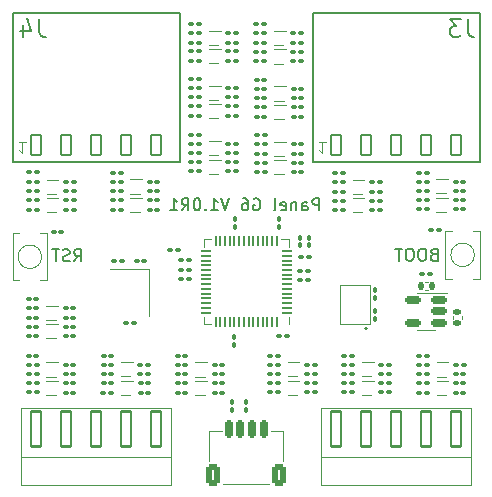
<source format=gbo>
G04 #@! TF.GenerationSoftware,KiCad,Pcbnew,7.0.10-7.0.10~ubuntu22.04.1*
G04 #@! TF.CreationDate,2024-07-08T12:41:38-07:00*
G04 #@! TF.ProjectId,driver_cplex_rp2040,64726976-6572-45f6-9370-6c65785f7270,rev?*
G04 #@! TF.SameCoordinates,Original*
G04 #@! TF.FileFunction,Legend,Bot*
G04 #@! TF.FilePolarity,Positive*
%FSLAX46Y46*%
G04 Gerber Fmt 4.6, Leading zero omitted, Abs format (unit mm)*
G04 Created by KiCad (PCBNEW 7.0.10-7.0.10~ubuntu22.04.1) date 2024-07-08 12:41:38*
%MOMM*%
%LPD*%
G01*
G04 APERTURE LIST*
G04 Aperture macros list*
%AMRoundRect*
0 Rectangle with rounded corners*
0 $1 Rounding radius*
0 $2 $3 $4 $5 $6 $7 $8 $9 X,Y pos of 4 corners*
0 Add a 4 corners polygon primitive as box body*
4,1,4,$2,$3,$4,$5,$6,$7,$8,$9,$2,$3,0*
0 Add four circle primitives for the rounded corners*
1,1,$1+$1,$2,$3*
1,1,$1+$1,$4,$5*
1,1,$1+$1,$6,$7*
1,1,$1+$1,$8,$9*
0 Add four rect primitives between the rounded corners*
20,1,$1+$1,$2,$3,$4,$5,0*
20,1,$1+$1,$4,$5,$6,$7,0*
20,1,$1+$1,$6,$7,$8,$9,0*
20,1,$1+$1,$8,$9,$2,$3,0*%
G04 Aperture macros list end*
%ADD10C,0.203200*%
%ADD11C,0.150000*%
%ADD12C,0.100000*%
%ADD13C,0.200000*%
%ADD14C,0.120000*%
%ADD15RoundRect,0.102000X-0.418000X-0.853000X0.418000X-0.853000X0.418000X0.853000X-0.418000X0.853000X0*%
%ADD16RoundRect,0.100000X0.130000X0.100000X-0.130000X0.100000X-0.130000X-0.100000X0.130000X-0.100000X0*%
%ADD17RoundRect,0.100000X-0.130000X-0.100000X0.130000X-0.100000X0.130000X0.100000X-0.130000X0.100000X0*%
%ADD18R,0.350000X0.200000*%
%ADD19RoundRect,0.140000X-0.140000X-0.170000X0.140000X-0.170000X0.140000X0.170000X-0.140000X0.170000X0*%
%ADD20RoundRect,0.150000X0.150000X0.625000X-0.150000X0.625000X-0.150000X-0.625000X0.150000X-0.625000X0*%
%ADD21RoundRect,0.250000X0.350000X0.650000X-0.350000X0.650000X-0.350000X-0.650000X0.350000X-0.650000X0*%
%ADD22R,1.800000X1.350000*%
%ADD23RoundRect,0.102000X-0.408000X-1.483000X0.408000X-1.483000X0.408000X1.483000X-0.408000X1.483000X0*%
%ADD24R,0.350000X0.490000*%
%ADD25R,1.600000X0.200000*%
%ADD26RoundRect,0.100000X-0.100000X0.130000X-0.100000X-0.130000X0.100000X-0.130000X0.100000X0.130000X0*%
%ADD27R,1.200000X1.400000*%
%ADD28RoundRect,0.100000X0.100000X-0.130000X0.100000X0.130000X-0.100000X0.130000X-0.100000X-0.130000X0*%
%ADD29RoundRect,0.050000X0.050000X-0.387500X0.050000X0.387500X-0.050000X0.387500X-0.050000X-0.387500X0*%
%ADD30RoundRect,0.050000X0.387500X-0.050000X0.387500X0.050000X-0.387500X0.050000X-0.387500X-0.050000X0*%
%ADD31R,3.200000X3.200000*%
%ADD32RoundRect,0.150000X0.512500X0.150000X-0.512500X0.150000X-0.512500X-0.150000X0.512500X-0.150000X0*%
%ADD33RoundRect,0.140000X0.170000X-0.140000X0.170000X0.140000X-0.170000X0.140000X-0.170000X-0.140000X0*%
G04 APERTURE END LIST*
D10*
X85878856Y-70437263D02*
X85733713Y-70485644D01*
X85733713Y-70485644D02*
X85685332Y-70534025D01*
X85685332Y-70534025D02*
X85636951Y-70630787D01*
X85636951Y-70630787D02*
X85636951Y-70775930D01*
X85636951Y-70775930D02*
X85685332Y-70872692D01*
X85685332Y-70872692D02*
X85733713Y-70921073D01*
X85733713Y-70921073D02*
X85830475Y-70969453D01*
X85830475Y-70969453D02*
X86217523Y-70969453D01*
X86217523Y-70969453D02*
X86217523Y-69953453D01*
X86217523Y-69953453D02*
X85878856Y-69953453D01*
X85878856Y-69953453D02*
X85782094Y-70001834D01*
X85782094Y-70001834D02*
X85733713Y-70050215D01*
X85733713Y-70050215D02*
X85685332Y-70146977D01*
X85685332Y-70146977D02*
X85685332Y-70243739D01*
X85685332Y-70243739D02*
X85733713Y-70340501D01*
X85733713Y-70340501D02*
X85782094Y-70388882D01*
X85782094Y-70388882D02*
X85878856Y-70437263D01*
X85878856Y-70437263D02*
X86217523Y-70437263D01*
X85007999Y-69953453D02*
X84814475Y-69953453D01*
X84814475Y-69953453D02*
X84717713Y-70001834D01*
X84717713Y-70001834D02*
X84620951Y-70098596D01*
X84620951Y-70098596D02*
X84572570Y-70292120D01*
X84572570Y-70292120D02*
X84572570Y-70630787D01*
X84572570Y-70630787D02*
X84620951Y-70824311D01*
X84620951Y-70824311D02*
X84717713Y-70921073D01*
X84717713Y-70921073D02*
X84814475Y-70969453D01*
X84814475Y-70969453D02*
X85007999Y-70969453D01*
X85007999Y-70969453D02*
X85104761Y-70921073D01*
X85104761Y-70921073D02*
X85201523Y-70824311D01*
X85201523Y-70824311D02*
X85249904Y-70630787D01*
X85249904Y-70630787D02*
X85249904Y-70292120D01*
X85249904Y-70292120D02*
X85201523Y-70098596D01*
X85201523Y-70098596D02*
X85104761Y-70001834D01*
X85104761Y-70001834D02*
X85007999Y-69953453D01*
X83943618Y-69953453D02*
X83750094Y-69953453D01*
X83750094Y-69953453D02*
X83653332Y-70001834D01*
X83653332Y-70001834D02*
X83556570Y-70098596D01*
X83556570Y-70098596D02*
X83508189Y-70292120D01*
X83508189Y-70292120D02*
X83508189Y-70630787D01*
X83508189Y-70630787D02*
X83556570Y-70824311D01*
X83556570Y-70824311D02*
X83653332Y-70921073D01*
X83653332Y-70921073D02*
X83750094Y-70969453D01*
X83750094Y-70969453D02*
X83943618Y-70969453D01*
X83943618Y-70969453D02*
X84040380Y-70921073D01*
X84040380Y-70921073D02*
X84137142Y-70824311D01*
X84137142Y-70824311D02*
X84185523Y-70630787D01*
X84185523Y-70630787D02*
X84185523Y-70292120D01*
X84185523Y-70292120D02*
X84137142Y-70098596D01*
X84137142Y-70098596D02*
X84040380Y-70001834D01*
X84040380Y-70001834D02*
X83943618Y-69953453D01*
X83217904Y-69953453D02*
X82637332Y-69953453D01*
X82927618Y-70969453D02*
X82927618Y-69953453D01*
X55426380Y-71009453D02*
X55765047Y-70525644D01*
X56006952Y-71009453D02*
X56006952Y-69993453D01*
X56006952Y-69993453D02*
X55619904Y-69993453D01*
X55619904Y-69993453D02*
X55523142Y-70041834D01*
X55523142Y-70041834D02*
X55474761Y-70090215D01*
X55474761Y-70090215D02*
X55426380Y-70186977D01*
X55426380Y-70186977D02*
X55426380Y-70332120D01*
X55426380Y-70332120D02*
X55474761Y-70428882D01*
X55474761Y-70428882D02*
X55523142Y-70477263D01*
X55523142Y-70477263D02*
X55619904Y-70525644D01*
X55619904Y-70525644D02*
X56006952Y-70525644D01*
X55039333Y-70961073D02*
X54894190Y-71009453D01*
X54894190Y-71009453D02*
X54652285Y-71009453D01*
X54652285Y-71009453D02*
X54555523Y-70961073D01*
X54555523Y-70961073D02*
X54507142Y-70912692D01*
X54507142Y-70912692D02*
X54458761Y-70815930D01*
X54458761Y-70815930D02*
X54458761Y-70719168D01*
X54458761Y-70719168D02*
X54507142Y-70622406D01*
X54507142Y-70622406D02*
X54555523Y-70574025D01*
X54555523Y-70574025D02*
X54652285Y-70525644D01*
X54652285Y-70525644D02*
X54845809Y-70477263D01*
X54845809Y-70477263D02*
X54942571Y-70428882D01*
X54942571Y-70428882D02*
X54990952Y-70380501D01*
X54990952Y-70380501D02*
X55039333Y-70283739D01*
X55039333Y-70283739D02*
X55039333Y-70186977D01*
X55039333Y-70186977D02*
X54990952Y-70090215D01*
X54990952Y-70090215D02*
X54942571Y-70041834D01*
X54942571Y-70041834D02*
X54845809Y-69993453D01*
X54845809Y-69993453D02*
X54603904Y-69993453D01*
X54603904Y-69993453D02*
X54458761Y-70041834D01*
X54168476Y-69993453D02*
X53587904Y-69993453D01*
X53878190Y-71009453D02*
X53878190Y-69993453D01*
X76179523Y-66709453D02*
X76179523Y-65693453D01*
X76179523Y-65693453D02*
X75792475Y-65693453D01*
X75792475Y-65693453D02*
X75695713Y-65741834D01*
X75695713Y-65741834D02*
X75647332Y-65790215D01*
X75647332Y-65790215D02*
X75598951Y-65886977D01*
X75598951Y-65886977D02*
X75598951Y-66032120D01*
X75598951Y-66032120D02*
X75647332Y-66128882D01*
X75647332Y-66128882D02*
X75695713Y-66177263D01*
X75695713Y-66177263D02*
X75792475Y-66225644D01*
X75792475Y-66225644D02*
X76179523Y-66225644D01*
X74728094Y-66709453D02*
X74728094Y-66177263D01*
X74728094Y-66177263D02*
X74776475Y-66080501D01*
X74776475Y-66080501D02*
X74873237Y-66032120D01*
X74873237Y-66032120D02*
X75066761Y-66032120D01*
X75066761Y-66032120D02*
X75163523Y-66080501D01*
X74728094Y-66661073D02*
X74824856Y-66709453D01*
X74824856Y-66709453D02*
X75066761Y-66709453D01*
X75066761Y-66709453D02*
X75163523Y-66661073D01*
X75163523Y-66661073D02*
X75211904Y-66564311D01*
X75211904Y-66564311D02*
X75211904Y-66467549D01*
X75211904Y-66467549D02*
X75163523Y-66370787D01*
X75163523Y-66370787D02*
X75066761Y-66322406D01*
X75066761Y-66322406D02*
X74824856Y-66322406D01*
X74824856Y-66322406D02*
X74728094Y-66274025D01*
X74244285Y-66032120D02*
X74244285Y-66709453D01*
X74244285Y-66128882D02*
X74195904Y-66080501D01*
X74195904Y-66080501D02*
X74099142Y-66032120D01*
X74099142Y-66032120D02*
X73953999Y-66032120D01*
X73953999Y-66032120D02*
X73857237Y-66080501D01*
X73857237Y-66080501D02*
X73808856Y-66177263D01*
X73808856Y-66177263D02*
X73808856Y-66709453D01*
X72937999Y-66661073D02*
X73034761Y-66709453D01*
X73034761Y-66709453D02*
X73228285Y-66709453D01*
X73228285Y-66709453D02*
X73325047Y-66661073D01*
X73325047Y-66661073D02*
X73373428Y-66564311D01*
X73373428Y-66564311D02*
X73373428Y-66177263D01*
X73373428Y-66177263D02*
X73325047Y-66080501D01*
X73325047Y-66080501D02*
X73228285Y-66032120D01*
X73228285Y-66032120D02*
X73034761Y-66032120D01*
X73034761Y-66032120D02*
X72937999Y-66080501D01*
X72937999Y-66080501D02*
X72889618Y-66177263D01*
X72889618Y-66177263D02*
X72889618Y-66274025D01*
X72889618Y-66274025D02*
X73373428Y-66370787D01*
X72309047Y-66709453D02*
X72405809Y-66661073D01*
X72405809Y-66661073D02*
X72454190Y-66564311D01*
X72454190Y-66564311D02*
X72454190Y-65693453D01*
X70615714Y-65741834D02*
X70712476Y-65693453D01*
X70712476Y-65693453D02*
X70857619Y-65693453D01*
X70857619Y-65693453D02*
X71002762Y-65741834D01*
X71002762Y-65741834D02*
X71099524Y-65838596D01*
X71099524Y-65838596D02*
X71147905Y-65935358D01*
X71147905Y-65935358D02*
X71196286Y-66128882D01*
X71196286Y-66128882D02*
X71196286Y-66274025D01*
X71196286Y-66274025D02*
X71147905Y-66467549D01*
X71147905Y-66467549D02*
X71099524Y-66564311D01*
X71099524Y-66564311D02*
X71002762Y-66661073D01*
X71002762Y-66661073D02*
X70857619Y-66709453D01*
X70857619Y-66709453D02*
X70760857Y-66709453D01*
X70760857Y-66709453D02*
X70615714Y-66661073D01*
X70615714Y-66661073D02*
X70567333Y-66612692D01*
X70567333Y-66612692D02*
X70567333Y-66274025D01*
X70567333Y-66274025D02*
X70760857Y-66274025D01*
X69696476Y-65693453D02*
X69890000Y-65693453D01*
X69890000Y-65693453D02*
X69986762Y-65741834D01*
X69986762Y-65741834D02*
X70035143Y-65790215D01*
X70035143Y-65790215D02*
X70131905Y-65935358D01*
X70131905Y-65935358D02*
X70180286Y-66128882D01*
X70180286Y-66128882D02*
X70180286Y-66515930D01*
X70180286Y-66515930D02*
X70131905Y-66612692D01*
X70131905Y-66612692D02*
X70083524Y-66661073D01*
X70083524Y-66661073D02*
X69986762Y-66709453D01*
X69986762Y-66709453D02*
X69793238Y-66709453D01*
X69793238Y-66709453D02*
X69696476Y-66661073D01*
X69696476Y-66661073D02*
X69648095Y-66612692D01*
X69648095Y-66612692D02*
X69599714Y-66515930D01*
X69599714Y-66515930D02*
X69599714Y-66274025D01*
X69599714Y-66274025D02*
X69648095Y-66177263D01*
X69648095Y-66177263D02*
X69696476Y-66128882D01*
X69696476Y-66128882D02*
X69793238Y-66080501D01*
X69793238Y-66080501D02*
X69986762Y-66080501D01*
X69986762Y-66080501D02*
X70083524Y-66128882D01*
X70083524Y-66128882D02*
X70131905Y-66177263D01*
X70131905Y-66177263D02*
X70180286Y-66274025D01*
X68535334Y-65693453D02*
X68196667Y-66709453D01*
X68196667Y-66709453D02*
X67858000Y-65693453D01*
X66987143Y-66709453D02*
X67567715Y-66709453D01*
X67277429Y-66709453D02*
X67277429Y-65693453D01*
X67277429Y-65693453D02*
X67374191Y-65838596D01*
X67374191Y-65838596D02*
X67470953Y-65935358D01*
X67470953Y-65935358D02*
X67567715Y-65983739D01*
X66551715Y-66612692D02*
X66503334Y-66661073D01*
X66503334Y-66661073D02*
X66551715Y-66709453D01*
X66551715Y-66709453D02*
X66600096Y-66661073D01*
X66600096Y-66661073D02*
X66551715Y-66612692D01*
X66551715Y-66612692D02*
X66551715Y-66709453D01*
X65874381Y-65693453D02*
X65777619Y-65693453D01*
X65777619Y-65693453D02*
X65680857Y-65741834D01*
X65680857Y-65741834D02*
X65632476Y-65790215D01*
X65632476Y-65790215D02*
X65584095Y-65886977D01*
X65584095Y-65886977D02*
X65535714Y-66080501D01*
X65535714Y-66080501D02*
X65535714Y-66322406D01*
X65535714Y-66322406D02*
X65584095Y-66515930D01*
X65584095Y-66515930D02*
X65632476Y-66612692D01*
X65632476Y-66612692D02*
X65680857Y-66661073D01*
X65680857Y-66661073D02*
X65777619Y-66709453D01*
X65777619Y-66709453D02*
X65874381Y-66709453D01*
X65874381Y-66709453D02*
X65971143Y-66661073D01*
X65971143Y-66661073D02*
X66019524Y-66612692D01*
X66019524Y-66612692D02*
X66067905Y-66515930D01*
X66067905Y-66515930D02*
X66116286Y-66322406D01*
X66116286Y-66322406D02*
X66116286Y-66080501D01*
X66116286Y-66080501D02*
X66067905Y-65886977D01*
X66067905Y-65886977D02*
X66019524Y-65790215D01*
X66019524Y-65790215D02*
X65971143Y-65741834D01*
X65971143Y-65741834D02*
X65874381Y-65693453D01*
X64519714Y-66709453D02*
X64858381Y-66225644D01*
X65100286Y-66709453D02*
X65100286Y-65693453D01*
X65100286Y-65693453D02*
X64713238Y-65693453D01*
X64713238Y-65693453D02*
X64616476Y-65741834D01*
X64616476Y-65741834D02*
X64568095Y-65790215D01*
X64568095Y-65790215D02*
X64519714Y-65886977D01*
X64519714Y-65886977D02*
X64519714Y-66032120D01*
X64519714Y-66032120D02*
X64568095Y-66128882D01*
X64568095Y-66128882D02*
X64616476Y-66177263D01*
X64616476Y-66177263D02*
X64713238Y-66225644D01*
X64713238Y-66225644D02*
X65100286Y-66225644D01*
X63552095Y-66709453D02*
X64132667Y-66709453D01*
X63842381Y-66709453D02*
X63842381Y-65693453D01*
X63842381Y-65693453D02*
X63939143Y-65838596D01*
X63939143Y-65838596D02*
X64035905Y-65935358D01*
X64035905Y-65935358D02*
X64132667Y-65983739D01*
D11*
X88749999Y-50526128D02*
X88749999Y-51597557D01*
X88749999Y-51597557D02*
X88821428Y-51811842D01*
X88821428Y-51811842D02*
X88964285Y-51954700D01*
X88964285Y-51954700D02*
X89178571Y-52026128D01*
X89178571Y-52026128D02*
X89321428Y-52026128D01*
X88178571Y-50526128D02*
X87249999Y-50526128D01*
X87249999Y-50526128D02*
X87749999Y-51097557D01*
X87749999Y-51097557D02*
X87535714Y-51097557D01*
X87535714Y-51097557D02*
X87392857Y-51168985D01*
X87392857Y-51168985D02*
X87321428Y-51240414D01*
X87321428Y-51240414D02*
X87249999Y-51383271D01*
X87249999Y-51383271D02*
X87249999Y-51740414D01*
X87249999Y-51740414D02*
X87321428Y-51883271D01*
X87321428Y-51883271D02*
X87392857Y-51954700D01*
X87392857Y-51954700D02*
X87535714Y-52026128D01*
X87535714Y-52026128D02*
X87964285Y-52026128D01*
X87964285Y-52026128D02*
X88107142Y-51954700D01*
X88107142Y-51954700D02*
X88178571Y-51883271D01*
D12*
X76727693Y-60877580D02*
X76156265Y-60877580D01*
X76441979Y-60877580D02*
X76441979Y-61877580D01*
X76441979Y-61877580D02*
X76346741Y-61734723D01*
X76346741Y-61734723D02*
X76251503Y-61639485D01*
X76251503Y-61639485D02*
X76156265Y-61591866D01*
D11*
X52439999Y-50486128D02*
X52439999Y-51557557D01*
X52439999Y-51557557D02*
X52511428Y-51771842D01*
X52511428Y-51771842D02*
X52654285Y-51914700D01*
X52654285Y-51914700D02*
X52868571Y-51986128D01*
X52868571Y-51986128D02*
X53011428Y-51986128D01*
X51082857Y-50986128D02*
X51082857Y-51986128D01*
X51439999Y-50414700D02*
X51797142Y-51486128D01*
X51797142Y-51486128D02*
X50868571Y-51486128D01*
D12*
X51327693Y-60877580D02*
X50756265Y-60877580D01*
X51041979Y-60877580D02*
X51041979Y-61877580D01*
X51041979Y-61877580D02*
X50946741Y-61734723D01*
X50946741Y-61734723D02*
X50851503Y-61639485D01*
X50851503Y-61639485D02*
X50756265Y-61591866D01*
D13*
X75645990Y-62582990D02*
X75645990Y-50000000D01*
X75645990Y-50000000D02*
X89754010Y-50000000D01*
X89754010Y-62582990D02*
X75645990Y-62582990D01*
X89754010Y-50000000D02*
X89754010Y-62582990D01*
X50245990Y-62582990D02*
X50245990Y-50000000D01*
X50245990Y-50000000D02*
X64354010Y-50000000D01*
X64354010Y-62582990D02*
X50245990Y-62582990D01*
X64354010Y-50000000D02*
X64354010Y-62582990D01*
D14*
X73510000Y-80760000D02*
X74310000Y-80760000D01*
X73510000Y-79560000D02*
X74510000Y-79560000D01*
X85132164Y-72730000D02*
X85347836Y-72730000D01*
X85132164Y-73450000D02*
X85347836Y-73450000D01*
X59397400Y-80764400D02*
X60197400Y-80764400D01*
X59397400Y-79564400D02*
X60397400Y-79564400D01*
X53075000Y-77540000D02*
X53875000Y-77540000D01*
X53075000Y-76340000D02*
X54075000Y-76340000D01*
X86115000Y-82330000D02*
X86915000Y-82330000D01*
X86115000Y-81130000D02*
X87115000Y-81130000D01*
X73110000Y-87915000D02*
X73110000Y-85415000D01*
X73110000Y-85415000D02*
X72060000Y-85415000D01*
X71940000Y-89885000D02*
X68060000Y-89885000D01*
X66890000Y-87915000D02*
X66890000Y-85415000D01*
X66890000Y-85415000D02*
X67940000Y-85415000D01*
X59397400Y-82325000D02*
X60197400Y-82325000D01*
X59397400Y-81125000D02*
X60397400Y-81125000D01*
D12*
X86870000Y-68470000D02*
X89770000Y-68470000D01*
X89770000Y-68470000D02*
X89770000Y-72470000D01*
X89770000Y-72470000D02*
X86870000Y-72470000D01*
X86870000Y-72470000D02*
X86870000Y-68470000D01*
X89312472Y-70470000D02*
G75*
G03*
X87327528Y-70470000I-992472J0D01*
G01*
X87327528Y-70470000D02*
G75*
G03*
X89312472Y-70470000I992472J0D01*
G01*
D14*
X86115000Y-80770000D02*
X86915000Y-80770000D01*
X86115000Y-79570000D02*
X87115000Y-79570000D01*
X66845000Y-58900000D02*
X67645000Y-58900000D01*
X66845000Y-57700000D02*
X67845000Y-57700000D01*
X66845000Y-57340000D02*
X67645000Y-57340000D01*
X66845000Y-56140000D02*
X67845000Y-56140000D01*
X60195000Y-66840000D02*
X60995000Y-66840000D01*
X60195000Y-65640000D02*
X61195000Y-65640000D01*
X79785000Y-80760000D02*
X80585000Y-80760000D01*
X79785000Y-79560000D02*
X80785000Y-79560000D01*
X86105000Y-65260000D02*
X86905000Y-65260000D01*
X86105000Y-64060000D02*
X87105000Y-64060000D01*
D12*
X76350000Y-87582000D02*
X89040000Y-87582000D01*
X89040000Y-87582000D02*
X89040000Y-83447000D01*
X89040000Y-83447000D02*
X76350000Y-83447000D01*
X76350000Y-83447000D02*
X76350000Y-87582000D01*
X76350000Y-89917000D02*
X89040000Y-89917000D01*
X89040000Y-89917000D02*
X89040000Y-87582000D01*
X89040000Y-87582000D02*
X76350000Y-87582000D01*
X76350000Y-87582000D02*
X76350000Y-89917000D01*
D14*
X60195000Y-65280000D02*
X60995000Y-65280000D01*
X60195000Y-64080000D02*
X61195000Y-64080000D01*
X53085000Y-80770000D02*
X53885000Y-80770000D01*
X53085000Y-79570000D02*
X54085000Y-79570000D01*
D12*
X77960000Y-76350000D02*
X77961000Y-76220000D01*
X80440000Y-76350000D02*
X77960000Y-76350000D01*
X77961000Y-76220000D02*
X77961000Y-73120000D01*
X80439000Y-76220000D02*
X80440000Y-76350000D01*
X80439000Y-76220000D02*
X80439000Y-73120000D01*
X80439000Y-73120000D02*
X80440000Y-72990000D01*
X77960000Y-72990000D02*
X77961000Y-73120000D01*
X80440000Y-72990000D02*
X77960000Y-72990000D01*
D13*
X80240000Y-76680000D02*
G75*
G03*
X80040000Y-76680000I-100000J0D01*
G01*
X80040000Y-76680000D02*
G75*
G03*
X80240000Y-76680000I100000J0D01*
G01*
D14*
X53105000Y-65290000D02*
X53905000Y-65290000D01*
X53105000Y-64090000D02*
X54105000Y-64090000D01*
X53105000Y-66850000D02*
X53905000Y-66850000D01*
X53105000Y-65650000D02*
X54105000Y-65650000D01*
D12*
X53130000Y-72635000D02*
X50230000Y-72635000D01*
X50230000Y-72635000D02*
X50230000Y-68635000D01*
X50230000Y-68635000D02*
X53130000Y-68635000D01*
X53130000Y-68635000D02*
X53130000Y-72635000D01*
X52672472Y-70635000D02*
G75*
G03*
X50687528Y-70635000I-992472J0D01*
G01*
X50687528Y-70635000D02*
G75*
G03*
X52672472Y-70635000I992472J0D01*
G01*
D14*
X61750000Y-71670000D02*
X61750000Y-75670000D01*
X58450000Y-71670000D02*
X61750000Y-71670000D01*
X66825000Y-62050000D02*
X67625000Y-62050000D01*
X66825000Y-60850000D02*
X67825000Y-60850000D01*
X79785000Y-82320000D02*
X80585000Y-82320000D01*
X79785000Y-81120000D02*
X80785000Y-81120000D01*
D12*
X50950000Y-87582000D02*
X63640000Y-87582000D01*
X63640000Y-87582000D02*
X63640000Y-83447000D01*
X63640000Y-83447000D02*
X50950000Y-83447000D01*
X50950000Y-83447000D02*
X50950000Y-87582000D01*
X50950000Y-89917000D02*
X63640000Y-89917000D01*
X63640000Y-89917000D02*
X63640000Y-87582000D01*
X63640000Y-87582000D02*
X50950000Y-87582000D01*
X50950000Y-87582000D02*
X50950000Y-89917000D01*
D14*
X53085000Y-82330000D02*
X53885000Y-82330000D01*
X53085000Y-81130000D02*
X54085000Y-81130000D01*
X66390000Y-76360000D02*
X67040000Y-76360000D01*
X66390000Y-75710000D02*
X66390000Y-76360000D01*
X73610000Y-75710000D02*
X73610000Y-76360000D01*
X66390000Y-69790000D02*
X66390000Y-69140000D01*
X73610000Y-69790000D02*
X73610000Y-69140000D01*
X66390000Y-69140000D02*
X67040000Y-69140000D01*
X73610000Y-69140000D02*
X72960000Y-69140000D01*
X72365000Y-57410000D02*
X73165000Y-57410000D01*
X72365000Y-56210000D02*
X73365000Y-56210000D01*
X72365000Y-58970000D02*
X73165000Y-58970000D01*
X72365000Y-57770000D02*
X73365000Y-57770000D01*
X72390000Y-62090000D02*
X73190000Y-62090000D01*
X72390000Y-60890000D02*
X73390000Y-60890000D01*
X66825000Y-63610000D02*
X67625000Y-63610000D01*
X66825000Y-62410000D02*
X67825000Y-62410000D01*
X72325000Y-52720000D02*
X73125000Y-52720000D01*
X72325000Y-51520000D02*
X73325000Y-51520000D01*
X72325000Y-54280000D02*
X73125000Y-54280000D01*
X72325000Y-53080000D02*
X73325000Y-53080000D01*
X53075000Y-75980000D02*
X53875000Y-75980000D01*
X53075000Y-74780000D02*
X54075000Y-74780000D01*
X65695000Y-80780000D02*
X66495000Y-80780000D01*
X65695000Y-79580000D02*
X66695000Y-79580000D01*
X66835000Y-54250000D02*
X67635000Y-54250000D01*
X66835000Y-53050000D02*
X67835000Y-53050000D01*
X65695000Y-82340000D02*
X66495000Y-82340000D01*
X65695000Y-81140000D02*
X66695000Y-81140000D01*
X72390000Y-63650000D02*
X73190000Y-63650000D01*
X72390000Y-62450000D02*
X73390000Y-62450000D01*
X79005000Y-65310000D02*
X79805000Y-65310000D01*
X79005000Y-64110000D02*
X80005000Y-64110000D01*
X85221000Y-76813200D02*
X86021000Y-76813200D01*
X85221000Y-76813200D02*
X84421000Y-76813200D01*
X85221000Y-73693200D02*
X87021000Y-73693200D01*
X85221000Y-73693200D02*
X84421000Y-73693200D01*
X66835000Y-52690000D02*
X67635000Y-52690000D01*
X66835000Y-51490000D02*
X67835000Y-51490000D01*
X86105000Y-66820000D02*
X86905000Y-66820000D01*
X86105000Y-65620000D02*
X87105000Y-65620000D01*
X79005000Y-66870000D02*
X79805000Y-66870000D01*
X79005000Y-65670000D02*
X80005000Y-65670000D01*
X87510000Y-75867836D02*
X87510000Y-75652164D01*
X88230000Y-75867836D02*
X88230000Y-75652164D01*
X73510000Y-82320000D02*
X74310000Y-82320000D01*
X73510000Y-81120000D02*
X74510000Y-81120000D01*
%LPC*%
D15*
X77620000Y-61177000D03*
X80160000Y-61177000D03*
X82700000Y-61177000D03*
X85240000Y-61177000D03*
X87780000Y-61177000D03*
X52220000Y-61177000D03*
X54760000Y-61177000D03*
X57300000Y-61177000D03*
X59840000Y-61177000D03*
X62380000Y-61177000D03*
D16*
X55355000Y-77340000D03*
X54715000Y-77340000D03*
X61688400Y-82125800D03*
X61048400Y-82125800D03*
X78945000Y-79000000D03*
X78305000Y-79000000D03*
X85265000Y-79770000D03*
X84625000Y-79770000D03*
X71485000Y-51720000D03*
X70845000Y-51720000D03*
D17*
X81435000Y-80560000D03*
X82075000Y-80560000D03*
D18*
X74335000Y-79810000D03*
X74335000Y-80160000D03*
X74335000Y-80510000D03*
X73485000Y-80510000D03*
X73485000Y-80160000D03*
X73485000Y-79810000D03*
D17*
X70845000Y-52520000D03*
X71485000Y-52520000D03*
X87745000Y-65060000D03*
X88385000Y-65060000D03*
X87745000Y-65820000D03*
X88385000Y-65820000D03*
D16*
X52240000Y-79000000D03*
X51600000Y-79000000D03*
X86280000Y-68400000D03*
X85640000Y-68400000D03*
D17*
X60745000Y-71010000D03*
X61385000Y-71010000D03*
D19*
X84760000Y-73090000D03*
X85720000Y-73090000D03*
D18*
X60222400Y-79814400D03*
X60222400Y-80164400D03*
X60222400Y-80514400D03*
X59372400Y-80514400D03*
X59372400Y-80164400D03*
X59372400Y-79814400D03*
D16*
X52265000Y-66650000D03*
X51625000Y-66650000D03*
D17*
X84635000Y-81330000D03*
X85275000Y-81330000D03*
D18*
X53900000Y-76590000D03*
X53900000Y-76940000D03*
X53900000Y-77290000D03*
X53050000Y-77290000D03*
X53050000Y-76940000D03*
X53050000Y-76590000D03*
D16*
X82070000Y-82120000D03*
X81430000Y-82120000D03*
X65985000Y-63410000D03*
X65345000Y-63410000D03*
D18*
X86940000Y-81380000D03*
X86940000Y-81730000D03*
X86940000Y-82080000D03*
X86090000Y-82080000D03*
X86090000Y-81730000D03*
X86090000Y-81380000D03*
D17*
X68475000Y-53250000D03*
X69115000Y-53250000D03*
X74030000Y-62650000D03*
X74670000Y-62650000D03*
X61044200Y-80551000D03*
X61684200Y-80551000D03*
D20*
X71500000Y-85200000D03*
X70500000Y-85200000D03*
X69500000Y-85200000D03*
X68500000Y-85200000D03*
D21*
X72800000Y-89075000D03*
X67200000Y-89075000D03*
D17*
X70845000Y-53280000D03*
X71485000Y-53280000D03*
D18*
X60222400Y-81375000D03*
X60222400Y-81725000D03*
X60222400Y-82075000D03*
X59372400Y-82075000D03*
X59372400Y-81725000D03*
X59372400Y-81375000D03*
D16*
X85265000Y-63500000D03*
X84625000Y-63500000D03*
D17*
X58715000Y-65080000D03*
X59355000Y-65080000D03*
D22*
X88320000Y-68395000D03*
X88320000Y-72545000D03*
D16*
X59355000Y-66640000D03*
X58715000Y-66640000D03*
D18*
X86940000Y-79820000D03*
X86940000Y-80170000D03*
X86940000Y-80520000D03*
X86090000Y-80520000D03*
X86090000Y-80170000D03*
X86090000Y-79820000D03*
D17*
X70885000Y-57970000D03*
X71525000Y-57970000D03*
D18*
X67670000Y-57950000D03*
X67670000Y-58300000D03*
X67670000Y-58650000D03*
X66820000Y-58650000D03*
X66820000Y-58300000D03*
X66820000Y-57950000D03*
X67670000Y-56390000D03*
X67670000Y-56740000D03*
X67670000Y-57090000D03*
X66820000Y-57090000D03*
X66820000Y-56740000D03*
X66820000Y-56390000D03*
D17*
X73965000Y-52520000D03*
X74605000Y-52520000D03*
X84635000Y-80570000D03*
X85275000Y-80570000D03*
X81440000Y-81330000D03*
X82080000Y-81330000D03*
D16*
X67980000Y-82140000D03*
X67340000Y-82140000D03*
X88385000Y-66620000D03*
X87745000Y-66620000D03*
D18*
X61020000Y-65890000D03*
X61020000Y-66240000D03*
X61020000Y-66590000D03*
X60170000Y-66590000D03*
X60170000Y-66240000D03*
X60170000Y-65890000D03*
D16*
X71525000Y-58770000D03*
X70885000Y-58770000D03*
D17*
X74030000Y-61090000D03*
X74670000Y-61090000D03*
X65365000Y-57900000D03*
X66005000Y-57900000D03*
D18*
X80610000Y-79810000D03*
X80610000Y-80160000D03*
X80610000Y-80510000D03*
X79760000Y-80510000D03*
X79760000Y-80160000D03*
X79760000Y-79810000D03*
X86930000Y-64310000D03*
X86930000Y-64660000D03*
X86930000Y-65010000D03*
X86080000Y-65010000D03*
X86080000Y-64660000D03*
X86080000Y-64310000D03*
D16*
X66005000Y-55580000D03*
X65365000Y-55580000D03*
D17*
X64495000Y-70920000D03*
X65135000Y-70920000D03*
X51605000Y-80570000D03*
X52245000Y-80570000D03*
X68465000Y-61050000D03*
X69105000Y-61050000D03*
D16*
X52235000Y-77340000D03*
X51595000Y-77340000D03*
X65995000Y-51690000D03*
X65355000Y-51690000D03*
D17*
X54745000Y-65850000D03*
X55385000Y-65850000D03*
D23*
X77620000Y-85217000D03*
X80160000Y-85217000D03*
X82700000Y-85217000D03*
X85240000Y-85217000D03*
X87780000Y-85217000D03*
D16*
X71530000Y-56410000D03*
X70890000Y-56410000D03*
X65985000Y-61050000D03*
X65345000Y-61050000D03*
X74605000Y-54080000D03*
X73965000Y-54080000D03*
X85265000Y-64260000D03*
X84625000Y-64260000D03*
D17*
X68485000Y-57900000D03*
X69125000Y-57900000D03*
X80645000Y-65870000D03*
X81285000Y-65870000D03*
X59820000Y-76210000D03*
X60460000Y-76210000D03*
D16*
X52223200Y-74219200D03*
X51583200Y-74219200D03*
D17*
X54715000Y-75780000D03*
X55355000Y-75780000D03*
X64500000Y-71710000D03*
X65140000Y-71710000D03*
X87755000Y-80570000D03*
X88395000Y-80570000D03*
X63575000Y-70070000D03*
X64215000Y-70070000D03*
D16*
X55385000Y-66650000D03*
X54745000Y-66650000D03*
D17*
X68475000Y-51690000D03*
X69115000Y-51690000D03*
X77525000Y-65870000D03*
X78165000Y-65870000D03*
X54735000Y-80570000D03*
X55375000Y-80570000D03*
D18*
X61020000Y-64330000D03*
X61020000Y-64680000D03*
X61020000Y-65030000D03*
X60170000Y-65030000D03*
X60170000Y-64680000D03*
X60170000Y-64330000D03*
D16*
X71525000Y-55650000D03*
X70885000Y-55650000D03*
X71550000Y-63450000D03*
X70910000Y-63450000D03*
D18*
X53910000Y-79820000D03*
X53910000Y-80170000D03*
X53910000Y-80520000D03*
X53060000Y-80520000D03*
X53060000Y-80170000D03*
X53060000Y-79820000D03*
D16*
X78945000Y-79760000D03*
X78305000Y-79760000D03*
X58555000Y-82130000D03*
X57915000Y-82130000D03*
D17*
X58715000Y-65840000D03*
X59355000Y-65840000D03*
X68475000Y-52490000D03*
X69115000Y-52490000D03*
X65345000Y-61850000D03*
X65985000Y-61850000D03*
D24*
X79950000Y-75890000D03*
X79450000Y-75890000D03*
X78950000Y-75890000D03*
X78450000Y-75890000D03*
X78450000Y-73450000D03*
X78950000Y-73450000D03*
X79450000Y-73450000D03*
X79950000Y-73450000D03*
D25*
X79200000Y-74670000D03*
D17*
X87745000Y-64260000D03*
X88385000Y-64260000D03*
X64215000Y-80580000D03*
X64855000Y-80580000D03*
X54735000Y-81340000D03*
X55375000Y-81340000D03*
X65350000Y-62610000D03*
X65990000Y-62610000D03*
D16*
X85265000Y-66620000D03*
X84625000Y-66620000D03*
X75295000Y-70680000D03*
X74655000Y-70680000D03*
D17*
X68485000Y-57140000D03*
X69125000Y-57140000D03*
D26*
X74530000Y-69020000D03*
X74530000Y-69660000D03*
D16*
X65995000Y-54050000D03*
X65355000Y-54050000D03*
X59355000Y-63520000D03*
X58715000Y-63520000D03*
D17*
X68465000Y-62610000D03*
X69105000Y-62610000D03*
D18*
X53930000Y-64340000D03*
X53930000Y-64690000D03*
X53930000Y-65040000D03*
X53080000Y-65040000D03*
X53080000Y-64690000D03*
X53080000Y-64340000D03*
X53930000Y-65900000D03*
X53930000Y-66250000D03*
X53930000Y-66600000D03*
X53080000Y-66600000D03*
X53080000Y-66250000D03*
X53080000Y-65900000D03*
D22*
X51680000Y-72710000D03*
X51680000Y-68560000D03*
D27*
X60950000Y-72570000D03*
X60950000Y-74770000D03*
X59250000Y-74770000D03*
X59250000Y-72570000D03*
D28*
X80940000Y-74090000D03*
X80940000Y-73450000D03*
D16*
X78945000Y-82120000D03*
X78305000Y-82120000D03*
X75210000Y-72630000D03*
X74570000Y-72630000D03*
D17*
X74030000Y-61890000D03*
X74670000Y-61890000D03*
D18*
X67650000Y-61100000D03*
X67650000Y-61450000D03*
X67650000Y-61800000D03*
X66800000Y-61800000D03*
X66800000Y-61450000D03*
X66800000Y-61100000D03*
D17*
X57920000Y-80570000D03*
X58560000Y-80570000D03*
D18*
X80610000Y-81370000D03*
X80610000Y-81720000D03*
X80610000Y-82070000D03*
X79760000Y-82070000D03*
X79760000Y-81720000D03*
X79760000Y-81370000D03*
D17*
X78305000Y-80560000D03*
X78945000Y-80560000D03*
D16*
X78165000Y-66670000D03*
X77525000Y-66670000D03*
D17*
X65365000Y-57140000D03*
X66005000Y-57140000D03*
D23*
X52220000Y-85217000D03*
X54760000Y-85217000D03*
X57300000Y-85217000D03*
X59840000Y-85217000D03*
X62380000Y-85217000D03*
D17*
X61835000Y-65840000D03*
X62475000Y-65840000D03*
D16*
X85265000Y-79010000D03*
X84625000Y-79010000D03*
D17*
X61044200Y-79763600D03*
X61684200Y-79763600D03*
X51605000Y-81330000D03*
X52245000Y-81330000D03*
D18*
X53910000Y-81380000D03*
X53910000Y-81730000D03*
X53910000Y-82080000D03*
X53060000Y-82080000D03*
X53060000Y-81730000D03*
X53060000Y-81380000D03*
D17*
X74005000Y-56410000D03*
X74645000Y-56410000D03*
X64215000Y-81340000D03*
X64855000Y-81340000D03*
D29*
X72600000Y-76187500D03*
X72200000Y-76187500D03*
X71800000Y-76187500D03*
X71400000Y-76187500D03*
X71000000Y-76187500D03*
X70600000Y-76187500D03*
X70200000Y-76187500D03*
X69800000Y-76187500D03*
X69400000Y-76187500D03*
X69000000Y-76187500D03*
X68600000Y-76187500D03*
X68200000Y-76187500D03*
X67800000Y-76187500D03*
X67400000Y-76187500D03*
D30*
X66562500Y-75350000D03*
X66562500Y-74950000D03*
X66562500Y-74550000D03*
X66562500Y-74150000D03*
X66562500Y-73750000D03*
X66562500Y-73350000D03*
X66562500Y-72950000D03*
X66562500Y-72550000D03*
X66562500Y-72150000D03*
X66562500Y-71750000D03*
X66562500Y-71350000D03*
X66562500Y-70950000D03*
X66562500Y-70550000D03*
X66562500Y-70150000D03*
D29*
X67400000Y-69312500D03*
X67800000Y-69312500D03*
X68200000Y-69312500D03*
X68600000Y-69312500D03*
X69000000Y-69312500D03*
X69400000Y-69312500D03*
X69800000Y-69312500D03*
X70200000Y-69312500D03*
X70600000Y-69312500D03*
X71000000Y-69312500D03*
X71400000Y-69312500D03*
X71800000Y-69312500D03*
X72200000Y-69312500D03*
X72600000Y-69312500D03*
D30*
X73437500Y-70150000D03*
X73437500Y-70550000D03*
X73437500Y-70950000D03*
X73437500Y-71350000D03*
X73437500Y-71750000D03*
X73437500Y-72150000D03*
X73437500Y-72550000D03*
X73437500Y-72950000D03*
X73437500Y-73350000D03*
X73437500Y-73750000D03*
X73437500Y-74150000D03*
X73437500Y-74550000D03*
X73437500Y-74950000D03*
X73437500Y-75350000D03*
D31*
X70000000Y-72750000D03*
D16*
X78165000Y-63540000D03*
X77525000Y-63540000D03*
D18*
X73190000Y-56460000D03*
X73190000Y-56810000D03*
X73190000Y-57160000D03*
X72340000Y-57160000D03*
X72340000Y-56810000D03*
X72340000Y-56460000D03*
D16*
X71550000Y-60330000D03*
X70910000Y-60330000D03*
D28*
X69950000Y-83590000D03*
X69950000Y-82950000D03*
D17*
X70910000Y-61890000D03*
X71550000Y-61890000D03*
D16*
X65995000Y-50930000D03*
X65355000Y-50930000D03*
X81285000Y-66670000D03*
X80645000Y-66670000D03*
D26*
X75350000Y-69020000D03*
X75350000Y-69660000D03*
D17*
X61835000Y-65080000D03*
X62475000Y-65080000D03*
D18*
X73190000Y-58020000D03*
X73190000Y-58370000D03*
X73190000Y-58720000D03*
X72340000Y-58720000D03*
X72340000Y-58370000D03*
X72340000Y-58020000D03*
D17*
X57920000Y-81330000D03*
X58560000Y-81330000D03*
X68465000Y-61850000D03*
X69105000Y-61850000D03*
D18*
X73215000Y-61140000D03*
X73215000Y-61490000D03*
X73215000Y-61840000D03*
X72365000Y-61840000D03*
X72365000Y-61490000D03*
X72365000Y-61140000D03*
X67650000Y-62660000D03*
X67650000Y-63010000D03*
X67650000Y-63360000D03*
X66800000Y-63360000D03*
X66800000Y-63010000D03*
X66800000Y-62660000D03*
D17*
X61835000Y-64280000D03*
X62475000Y-64280000D03*
D16*
X75790000Y-82120000D03*
X75150000Y-82120000D03*
X52245000Y-79770000D03*
X51605000Y-79770000D03*
D26*
X72760000Y-67455000D03*
X72760000Y-68095000D03*
D16*
X64855000Y-82140000D03*
X64215000Y-82140000D03*
D17*
X51595000Y-76540000D03*
X52235000Y-76540000D03*
D18*
X73150000Y-51770000D03*
X73150000Y-52120000D03*
X73150000Y-52470000D03*
X72300000Y-52470000D03*
X72300000Y-52120000D03*
X72300000Y-51770000D03*
D16*
X59355000Y-64280000D03*
X58715000Y-64280000D03*
D17*
X87755000Y-81330000D03*
X88395000Y-81330000D03*
X87760000Y-79770000D03*
X88400000Y-79770000D03*
X70910000Y-62650000D03*
X71550000Y-62650000D03*
D18*
X73150000Y-53330000D03*
X73150000Y-53680000D03*
X73150000Y-54030000D03*
X72300000Y-54030000D03*
X72300000Y-53680000D03*
X72300000Y-53330000D03*
D17*
X74005000Y-57970000D03*
X74645000Y-57970000D03*
D16*
X69105000Y-63410000D03*
X68465000Y-63410000D03*
D17*
X70890000Y-57210000D03*
X71530000Y-57210000D03*
D16*
X64855000Y-79020000D03*
X64215000Y-79020000D03*
X78165000Y-64310000D03*
X77525000Y-64310000D03*
D17*
X73965000Y-53280000D03*
X74605000Y-53280000D03*
X75155000Y-79760000D03*
X75795000Y-79760000D03*
D18*
X53900000Y-75030000D03*
X53900000Y-75380000D03*
X53900000Y-75730000D03*
X53050000Y-75730000D03*
X53050000Y-75380000D03*
X53050000Y-75030000D03*
D17*
X80645000Y-64310000D03*
X81285000Y-64310000D03*
D16*
X69125000Y-58700000D03*
X68485000Y-58700000D03*
D17*
X64510000Y-72550000D03*
X65150000Y-72550000D03*
X67340000Y-80580000D03*
X67980000Y-80580000D03*
D16*
X72670000Y-82120000D03*
X72030000Y-82120000D03*
D18*
X66520000Y-79830000D03*
X66520000Y-80180000D03*
X66520000Y-80530000D03*
X65670000Y-80530000D03*
X65670000Y-80180000D03*
X65670000Y-79830000D03*
X67660000Y-53300000D03*
X67660000Y-53650000D03*
X67660000Y-54000000D03*
X66810000Y-54000000D03*
X66810000Y-53650000D03*
X66810000Y-53300000D03*
D17*
X74005000Y-57210000D03*
X74645000Y-57210000D03*
X80645000Y-65110000D03*
X81285000Y-65110000D03*
D16*
X66005000Y-58700000D03*
X65365000Y-58700000D03*
X66005000Y-56340000D03*
X65365000Y-56340000D03*
X69115000Y-54050000D03*
X68475000Y-54050000D03*
X74670000Y-63450000D03*
X74030000Y-63450000D03*
D17*
X73965000Y-51720000D03*
X74605000Y-51720000D03*
X53705000Y-68570000D03*
X54345000Y-68570000D03*
X51625000Y-65850000D03*
X52265000Y-65850000D03*
D16*
X73445000Y-77300000D03*
X72805000Y-77300000D03*
D17*
X54715000Y-74980000D03*
X55355000Y-74980000D03*
D16*
X74645000Y-58770000D03*
X74005000Y-58770000D03*
D17*
X54745000Y-64290000D03*
X55385000Y-64290000D03*
X84625000Y-65820000D03*
X85265000Y-65820000D03*
D16*
X85275000Y-82130000D03*
X84635000Y-82130000D03*
D17*
X54735000Y-79770000D03*
X55375000Y-79770000D03*
X75150000Y-81320000D03*
X75790000Y-81320000D03*
X67340000Y-81350000D03*
X67980000Y-81350000D03*
D18*
X66520000Y-81390000D03*
X66520000Y-81740000D03*
X66520000Y-82090000D03*
X65670000Y-82090000D03*
X65670000Y-81740000D03*
X65670000Y-81390000D03*
X73215000Y-62700000D03*
X73215000Y-63050000D03*
X73215000Y-63400000D03*
X72365000Y-63400000D03*
X72365000Y-63050000D03*
X72365000Y-62700000D03*
D16*
X65985000Y-60290000D03*
X65345000Y-60290000D03*
D18*
X79830000Y-64360000D03*
X79830000Y-64710000D03*
X79830000Y-65060000D03*
X78980000Y-65060000D03*
X78980000Y-64710000D03*
X78980000Y-64360000D03*
D28*
X69000000Y-78075000D03*
X69000000Y-77435000D03*
D17*
X51595000Y-75780000D03*
X52235000Y-75780000D03*
X67340000Y-79780000D03*
X67980000Y-79780000D03*
D16*
X71550000Y-61090000D03*
X70910000Y-61090000D03*
X62475000Y-66640000D03*
X61835000Y-66640000D03*
D17*
X54745000Y-65090000D03*
X55385000Y-65090000D03*
D16*
X72670000Y-79000000D03*
X72030000Y-79000000D03*
X71485000Y-50960000D03*
X70845000Y-50960000D03*
D26*
X69010000Y-67435000D03*
X69010000Y-68075000D03*
D17*
X65355000Y-53250000D03*
X65995000Y-53250000D03*
X72030000Y-80560000D03*
X72670000Y-80560000D03*
X72030000Y-81320000D03*
X72670000Y-81320000D03*
D16*
X71485000Y-54080000D03*
X70845000Y-54080000D03*
D17*
X81430000Y-79760000D03*
X82070000Y-79760000D03*
X61048400Y-81338400D03*
X61688400Y-81338400D03*
D16*
X59445000Y-71010000D03*
X58805000Y-71010000D03*
X72670000Y-79760000D03*
X72030000Y-79760000D03*
D17*
X84625000Y-65060000D03*
X85265000Y-65060000D03*
X77525000Y-65110000D03*
X78165000Y-65110000D03*
D28*
X68830000Y-83600000D03*
X68830000Y-82960000D03*
D17*
X54715000Y-76550000D03*
X55355000Y-76550000D03*
D32*
X86358500Y-74303200D03*
X86358500Y-75253200D03*
X86358500Y-76203200D03*
X84083500Y-76203200D03*
X84083500Y-74303200D03*
D18*
X67660000Y-51740000D03*
X67660000Y-52090000D03*
X67660000Y-52440000D03*
X66810000Y-52440000D03*
X66810000Y-52090000D03*
X66810000Y-51740000D03*
D17*
X65355000Y-52490000D03*
X65995000Y-52490000D03*
D18*
X86930000Y-65870000D03*
X86930000Y-66220000D03*
X86930000Y-66570000D03*
X86080000Y-66570000D03*
X86080000Y-66220000D03*
X86080000Y-65870000D03*
D16*
X75210000Y-71870000D03*
X74570000Y-71870000D03*
D17*
X68485000Y-56340000D03*
X69125000Y-56340000D03*
D16*
X55375000Y-82130000D03*
X54735000Y-82130000D03*
X52265000Y-64290000D03*
X51625000Y-64290000D03*
D18*
X79830000Y-65920000D03*
X79830000Y-66270000D03*
X79830000Y-66620000D03*
X78980000Y-66620000D03*
X78980000Y-66270000D03*
X78980000Y-65920000D03*
D16*
X52235000Y-74980000D03*
X51595000Y-74980000D03*
D17*
X51645000Y-63490000D03*
X52285000Y-63490000D03*
D16*
X58560000Y-79763600D03*
X57920000Y-79763600D03*
X88395000Y-82130000D03*
X87755000Y-82130000D03*
D17*
X78305000Y-81320000D03*
X78945000Y-81320000D03*
D16*
X52245000Y-82120000D03*
X51605000Y-82120000D03*
D17*
X51625000Y-65090000D03*
X52265000Y-65090000D03*
D33*
X87870000Y-76240000D03*
X87870000Y-75280000D03*
D26*
X80930000Y-75245000D03*
X80930000Y-75885000D03*
D16*
X58565000Y-79000000D03*
X57925000Y-79000000D03*
X85545000Y-72130000D03*
X84905000Y-72130000D03*
X64855000Y-79780000D03*
X64215000Y-79780000D03*
D18*
X74335000Y-81370000D03*
X74335000Y-81720000D03*
X74335000Y-82070000D03*
X73485000Y-82070000D03*
X73485000Y-81720000D03*
X73485000Y-81370000D03*
D17*
X75150000Y-80560000D03*
X75790000Y-80560000D03*
%LPD*%
M02*

</source>
